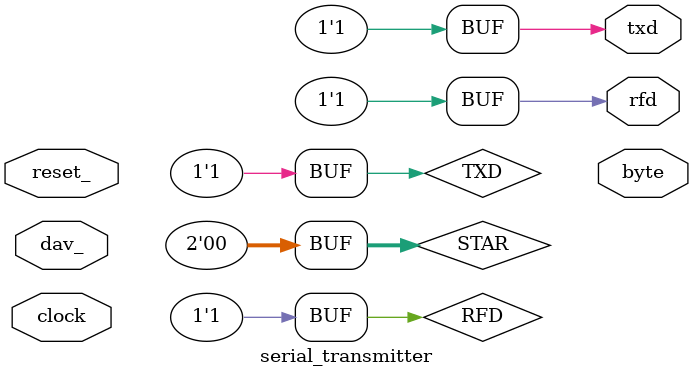
<source format=v>
module serial_transmitter(clock, reset_, dav_, rfd, byte, txd);
	input clock, reset_;
	input dav_;
	output rfd;
	output[7:0] byte; 
	output txd;

	reg[9:0] BUFFER;

	reg RFD;
	assign rfd = RFD;

	reg TXD;
	assign txd = TXD;

	reg[3:0] COUNT;

	reg[1:0] STAR;
	localparam
		s0 = 2'B00,
		s1 = 2'B01,
		s2 = 2'B10;

	parameter mark = 1'B1, start_bit = 1'B0, stop_bit = 1'B1;

	always @(reset_ == 0) #1 begin
		RFD <= 1;
		TXD = mark;
		STAR <= s0;
	end

	always @(posedge clock) if(reset_ == 1) #3 begin
		casex(STAR)
			s0 : begin
				RFD <= 1;
				COUNT <= 10;
				TXD <= mark;
				BUFFER <= {stop_bit, byte, start_bit};
				STAR <= (dav_ == 0) ? s1 : s0;
			end
			s1 : begin
				RFD <= 0;
				BUFFER <= {mark, BUFFER[9:1]};
				TXD <= BUFFER[0];
				COUNT <= COUNT - 1;
				STAR <= (COUNT == 1) ? s2 : s1;
			end
			s2 : begin
				STAR <= (dav_ == 1) ? s0 : s2;
			end
		endcase
	end
endmodule

</source>
